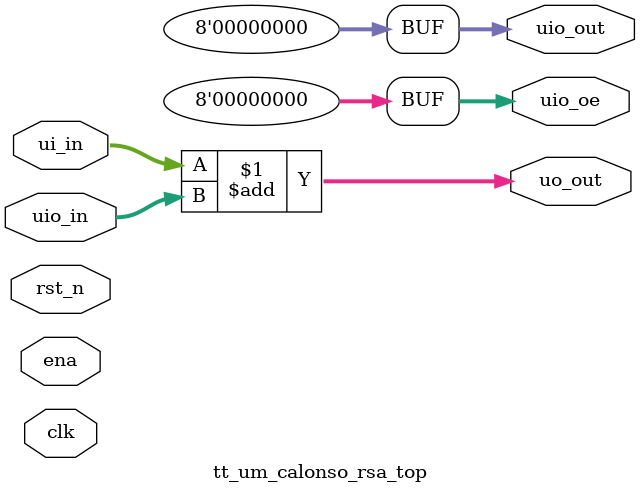
<source format=v>
/*
 * Copyright (c) 2024 Your Name
 * SPDX-License-Identifier: Apache-2.0
 */

`define default_netname none

module tt_um_calonso_rsa_top (
    input  wire [7:0] ui_in,    // Dedicated inputs
    output wire [7:0] uo_out,   // Dedicated outputs
    input  wire [7:0] uio_in,   // IOs: Input path
    output wire [7:0] uio_out,  // IOs: Output path
    output wire [7:0] uio_oe,   // IOs: Enable path (active high: 0=input, 1=output)
    input  wire       ena,      // will go high when the design is enabled
    input  wire       clk,      // clock
    input  wire       rst_n     // reset_n - low to reset
);

  // All output pins must be assigned. If not used, assign to 0.
  assign uo_out  = ui_in + uio_in;  // Example: ou_out is the sum of ui_in and uio_in
  assign uio_out = 0;
  assign uio_oe  = 0;

endmodule

</source>
